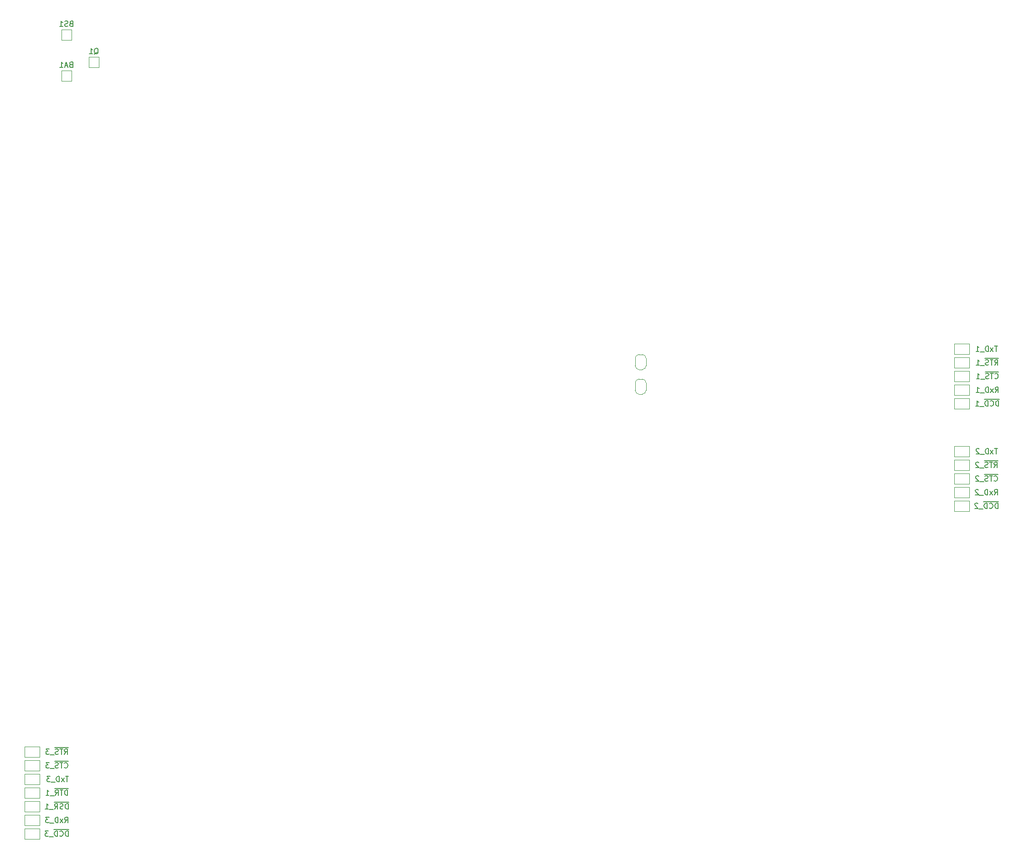
<source format=gbo>
G04 #@! TF.GenerationSoftware,KiCad,Pcbnew,8.0.7*
G04 #@! TF.CreationDate,2025-01-05T11:59:37+01:00*
G04 #@! TF.ProjectId,CPU_X-3,4350555f-582d-4332-9e6b-696361645f70,2*
G04 #@! TF.SameCoordinates,Original*
G04 #@! TF.FileFunction,Legend,Bot*
G04 #@! TF.FilePolarity,Positive*
%FSLAX46Y46*%
G04 Gerber Fmt 4.6, Leading zero omitted, Abs format (unit mm)*
G04 Created by KiCad (PCBNEW 8.0.7) date 2025-01-05 11:59:37*
%MOMM*%
%LPD*%
G01*
G04 APERTURE LIST*
G04 Aperture macros list*
%AMFreePoly0*
4,1,19,0.500000,-0.750000,0.000000,-0.750000,0.000000,-0.744911,-0.071157,-0.744911,-0.207708,-0.704816,-0.327430,-0.627875,-0.420627,-0.520320,-0.479746,-0.390866,-0.500000,-0.250000,-0.500000,0.250000,-0.479746,0.390866,-0.420627,0.520320,-0.327430,0.627875,-0.207708,0.704816,-0.071157,0.744911,0.000000,0.744911,0.000000,0.750000,0.500000,0.750000,0.500000,-0.750000,0.500000,-0.750000,
$1*%
%AMFreePoly1*
4,1,19,0.000000,0.744911,0.071157,0.744911,0.207708,0.704816,0.327430,0.627875,0.420627,0.520320,0.479746,0.390866,0.500000,0.250000,0.500000,-0.250000,0.479746,-0.390866,0.420627,-0.520320,0.327430,-0.627875,0.207708,-0.704816,0.071157,-0.744911,0.000000,-0.744911,0.000000,-0.750000,-0.500000,-0.750000,-0.500000,0.750000,0.000000,0.750000,0.000000,0.744911,0.000000,0.744911,
$1*%
G04 Aperture macros list end*
%ADD10C,0.150000*%
%ADD11C,0.120000*%
%ADD12C,2.000000*%
%ADD13R,1.700000X1.700000*%
%ADD14O,1.700000X1.700000*%
%ADD15C,1.600000*%
%ADD16O,1.600000X1.600000*%
%ADD17R,1.600000X1.600000*%
%ADD18C,2.400000*%
%ADD19R,2.400000X1.600000*%
%ADD20O,2.400000X1.600000*%
%ADD21C,1.500000*%
%ADD22R,1.600000X2.400000*%
%ADD23O,1.600000X2.400000*%
%ADD24R,2.500000X2.500000*%
%ADD25C,2.500000*%
%ADD26R,2.400000X2.400000*%
%ADD27O,2.400000X2.400000*%
%ADD28R,2.250000X2.250000*%
%ADD29C,2.250000*%
%ADD30R,1.000000X1.500000*%
%ADD31FreePoly0,270.000000*%
%ADD32FreePoly1,270.000000*%
%ADD33R,1.500000X1.500000*%
G04 APERTURE END LIST*
D10*
X234624381Y-138884819D02*
X234957714Y-138408628D01*
X235195809Y-138884819D02*
X235195809Y-137884819D01*
X235195809Y-137884819D02*
X234814857Y-137884819D01*
X234814857Y-137884819D02*
X234719619Y-137932438D01*
X234719619Y-137932438D02*
X234672000Y-137980057D01*
X234672000Y-137980057D02*
X234624381Y-138075295D01*
X234624381Y-138075295D02*
X234624381Y-138218152D01*
X234624381Y-138218152D02*
X234672000Y-138313390D01*
X234672000Y-138313390D02*
X234719619Y-138361009D01*
X234719619Y-138361009D02*
X234814857Y-138408628D01*
X234814857Y-138408628D02*
X235195809Y-138408628D01*
X234291047Y-138884819D02*
X233767238Y-138218152D01*
X234291047Y-138218152D02*
X233767238Y-138884819D01*
X233386285Y-138884819D02*
X233386285Y-137884819D01*
X233386285Y-137884819D02*
X233148190Y-137884819D01*
X233148190Y-137884819D02*
X233005333Y-137932438D01*
X233005333Y-137932438D02*
X232910095Y-138027676D01*
X232910095Y-138027676D02*
X232862476Y-138122914D01*
X232862476Y-138122914D02*
X232814857Y-138313390D01*
X232814857Y-138313390D02*
X232814857Y-138456247D01*
X232814857Y-138456247D02*
X232862476Y-138646723D01*
X232862476Y-138646723D02*
X232910095Y-138741961D01*
X232910095Y-138741961D02*
X233005333Y-138837200D01*
X233005333Y-138837200D02*
X233148190Y-138884819D01*
X233148190Y-138884819D02*
X233386285Y-138884819D01*
X232624381Y-138980057D02*
X231862476Y-138980057D01*
X231671999Y-137980057D02*
X231624380Y-137932438D01*
X231624380Y-137932438D02*
X231529142Y-137884819D01*
X231529142Y-137884819D02*
X231291047Y-137884819D01*
X231291047Y-137884819D02*
X231195809Y-137932438D01*
X231195809Y-137932438D02*
X231148190Y-137980057D01*
X231148190Y-137980057D02*
X231100571Y-138075295D01*
X231100571Y-138075295D02*
X231100571Y-138170533D01*
X231100571Y-138170533D02*
X231148190Y-138313390D01*
X231148190Y-138313390D02*
X231719618Y-138884819D01*
X231719618Y-138884819D02*
X231100571Y-138884819D01*
X235291047Y-141424819D02*
X235291047Y-140424819D01*
X235291047Y-140424819D02*
X235052952Y-140424819D01*
X235052952Y-140424819D02*
X234910095Y-140472438D01*
X234910095Y-140472438D02*
X234814857Y-140567676D01*
X234814857Y-140567676D02*
X234767238Y-140662914D01*
X234767238Y-140662914D02*
X234719619Y-140853390D01*
X234719619Y-140853390D02*
X234719619Y-140996247D01*
X234719619Y-140996247D02*
X234767238Y-141186723D01*
X234767238Y-141186723D02*
X234814857Y-141281961D01*
X234814857Y-141281961D02*
X234910095Y-141377200D01*
X234910095Y-141377200D02*
X235052952Y-141424819D01*
X235052952Y-141424819D02*
X235291047Y-141424819D01*
X233719619Y-141329580D02*
X233767238Y-141377200D01*
X233767238Y-141377200D02*
X233910095Y-141424819D01*
X233910095Y-141424819D02*
X234005333Y-141424819D01*
X234005333Y-141424819D02*
X234148190Y-141377200D01*
X234148190Y-141377200D02*
X234243428Y-141281961D01*
X234243428Y-141281961D02*
X234291047Y-141186723D01*
X234291047Y-141186723D02*
X234338666Y-140996247D01*
X234338666Y-140996247D02*
X234338666Y-140853390D01*
X234338666Y-140853390D02*
X234291047Y-140662914D01*
X234291047Y-140662914D02*
X234243428Y-140567676D01*
X234243428Y-140567676D02*
X234148190Y-140472438D01*
X234148190Y-140472438D02*
X234005333Y-140424819D01*
X234005333Y-140424819D02*
X233910095Y-140424819D01*
X233910095Y-140424819D02*
X233767238Y-140472438D01*
X233767238Y-140472438D02*
X233719619Y-140520057D01*
X233291047Y-141424819D02*
X233291047Y-140424819D01*
X233291047Y-140424819D02*
X233052952Y-140424819D01*
X233052952Y-140424819D02*
X232910095Y-140472438D01*
X232910095Y-140472438D02*
X232814857Y-140567676D01*
X232814857Y-140567676D02*
X232767238Y-140662914D01*
X232767238Y-140662914D02*
X232719619Y-140853390D01*
X232719619Y-140853390D02*
X232719619Y-140996247D01*
X232719619Y-140996247D02*
X232767238Y-141186723D01*
X232767238Y-141186723D02*
X232814857Y-141281961D01*
X232814857Y-141281961D02*
X232910095Y-141377200D01*
X232910095Y-141377200D02*
X233052952Y-141424819D01*
X233052952Y-141424819D02*
X233291047Y-141424819D01*
X235429143Y-140147200D02*
X232629143Y-140147200D01*
X232529143Y-141520057D02*
X231767238Y-141520057D01*
X231576761Y-140520057D02*
X231529142Y-140472438D01*
X231529142Y-140472438D02*
X231433904Y-140424819D01*
X231433904Y-140424819D02*
X231195809Y-140424819D01*
X231195809Y-140424819D02*
X231100571Y-140472438D01*
X231100571Y-140472438D02*
X231052952Y-140520057D01*
X231052952Y-140520057D02*
X231005333Y-140615295D01*
X231005333Y-140615295D02*
X231005333Y-140710533D01*
X231005333Y-140710533D02*
X231052952Y-140853390D01*
X231052952Y-140853390D02*
X231624380Y-141424819D01*
X231624380Y-141424819D02*
X231005333Y-141424819D01*
X62611618Y-191224819D02*
X62040190Y-191224819D01*
X62325904Y-192224819D02*
X62325904Y-191224819D01*
X61802094Y-192224819D02*
X61278285Y-191558152D01*
X61802094Y-191558152D02*
X61278285Y-192224819D01*
X60897332Y-192224819D02*
X60897332Y-191224819D01*
X60897332Y-191224819D02*
X60659237Y-191224819D01*
X60659237Y-191224819D02*
X60516380Y-191272438D01*
X60516380Y-191272438D02*
X60421142Y-191367676D01*
X60421142Y-191367676D02*
X60373523Y-191462914D01*
X60373523Y-191462914D02*
X60325904Y-191653390D01*
X60325904Y-191653390D02*
X60325904Y-191796247D01*
X60325904Y-191796247D02*
X60373523Y-191986723D01*
X60373523Y-191986723D02*
X60421142Y-192081961D01*
X60421142Y-192081961D02*
X60516380Y-192177200D01*
X60516380Y-192177200D02*
X60659237Y-192224819D01*
X60659237Y-192224819D02*
X60897332Y-192224819D01*
X60135428Y-192320057D02*
X59373523Y-192320057D01*
X59230665Y-191224819D02*
X58611618Y-191224819D01*
X58611618Y-191224819D02*
X58944951Y-191605771D01*
X58944951Y-191605771D02*
X58802094Y-191605771D01*
X58802094Y-191605771D02*
X58706856Y-191653390D01*
X58706856Y-191653390D02*
X58659237Y-191701009D01*
X58659237Y-191701009D02*
X58611618Y-191796247D01*
X58611618Y-191796247D02*
X58611618Y-192034342D01*
X58611618Y-192034342D02*
X58659237Y-192129580D01*
X58659237Y-192129580D02*
X58706856Y-192177200D01*
X58706856Y-192177200D02*
X58802094Y-192224819D01*
X58802094Y-192224819D02*
X59087808Y-192224819D01*
X59087808Y-192224819D02*
X59183046Y-192177200D01*
X59183046Y-192177200D02*
X59230665Y-192129580D01*
X235219618Y-130264819D02*
X234648190Y-130264819D01*
X234933904Y-131264819D02*
X234933904Y-130264819D01*
X234410094Y-131264819D02*
X233886285Y-130598152D01*
X234410094Y-130598152D02*
X233886285Y-131264819D01*
X233505332Y-131264819D02*
X233505332Y-130264819D01*
X233505332Y-130264819D02*
X233267237Y-130264819D01*
X233267237Y-130264819D02*
X233124380Y-130312438D01*
X233124380Y-130312438D02*
X233029142Y-130407676D01*
X233029142Y-130407676D02*
X232981523Y-130502914D01*
X232981523Y-130502914D02*
X232933904Y-130693390D01*
X232933904Y-130693390D02*
X232933904Y-130836247D01*
X232933904Y-130836247D02*
X232981523Y-131026723D01*
X232981523Y-131026723D02*
X233029142Y-131121961D01*
X233029142Y-131121961D02*
X233124380Y-131217200D01*
X233124380Y-131217200D02*
X233267237Y-131264819D01*
X233267237Y-131264819D02*
X233505332Y-131264819D01*
X232743428Y-131360057D02*
X231981523Y-131360057D01*
X231791046Y-130360057D02*
X231743427Y-130312438D01*
X231743427Y-130312438D02*
X231648189Y-130264819D01*
X231648189Y-130264819D02*
X231410094Y-130264819D01*
X231410094Y-130264819D02*
X231314856Y-130312438D01*
X231314856Y-130312438D02*
X231267237Y-130360057D01*
X231267237Y-130360057D02*
X231219618Y-130455295D01*
X231219618Y-130455295D02*
X231219618Y-130550533D01*
X231219618Y-130550533D02*
X231267237Y-130693390D01*
X231267237Y-130693390D02*
X231838665Y-131264819D01*
X231838665Y-131264819D02*
X231219618Y-131264819D01*
X235433047Y-122374819D02*
X235433047Y-121374819D01*
X235433047Y-121374819D02*
X235194952Y-121374819D01*
X235194952Y-121374819D02*
X235052095Y-121422438D01*
X235052095Y-121422438D02*
X234956857Y-121517676D01*
X234956857Y-121517676D02*
X234909238Y-121612914D01*
X234909238Y-121612914D02*
X234861619Y-121803390D01*
X234861619Y-121803390D02*
X234861619Y-121946247D01*
X234861619Y-121946247D02*
X234909238Y-122136723D01*
X234909238Y-122136723D02*
X234956857Y-122231961D01*
X234956857Y-122231961D02*
X235052095Y-122327200D01*
X235052095Y-122327200D02*
X235194952Y-122374819D01*
X235194952Y-122374819D02*
X235433047Y-122374819D01*
X233861619Y-122279580D02*
X233909238Y-122327200D01*
X233909238Y-122327200D02*
X234052095Y-122374819D01*
X234052095Y-122374819D02*
X234147333Y-122374819D01*
X234147333Y-122374819D02*
X234290190Y-122327200D01*
X234290190Y-122327200D02*
X234385428Y-122231961D01*
X234385428Y-122231961D02*
X234433047Y-122136723D01*
X234433047Y-122136723D02*
X234480666Y-121946247D01*
X234480666Y-121946247D02*
X234480666Y-121803390D01*
X234480666Y-121803390D02*
X234433047Y-121612914D01*
X234433047Y-121612914D02*
X234385428Y-121517676D01*
X234385428Y-121517676D02*
X234290190Y-121422438D01*
X234290190Y-121422438D02*
X234147333Y-121374819D01*
X234147333Y-121374819D02*
X234052095Y-121374819D01*
X234052095Y-121374819D02*
X233909238Y-121422438D01*
X233909238Y-121422438D02*
X233861619Y-121470057D01*
X233433047Y-122374819D02*
X233433047Y-121374819D01*
X233433047Y-121374819D02*
X233194952Y-121374819D01*
X233194952Y-121374819D02*
X233052095Y-121422438D01*
X233052095Y-121422438D02*
X232956857Y-121517676D01*
X232956857Y-121517676D02*
X232909238Y-121612914D01*
X232909238Y-121612914D02*
X232861619Y-121803390D01*
X232861619Y-121803390D02*
X232861619Y-121946247D01*
X232861619Y-121946247D02*
X232909238Y-122136723D01*
X232909238Y-122136723D02*
X232956857Y-122231961D01*
X232956857Y-122231961D02*
X233052095Y-122327200D01*
X233052095Y-122327200D02*
X233194952Y-122374819D01*
X233194952Y-122374819D02*
X233433047Y-122374819D01*
X235571143Y-121097200D02*
X232771143Y-121097200D01*
X232671143Y-122470057D02*
X231909238Y-122470057D01*
X231147333Y-122374819D02*
X231718761Y-122374819D01*
X231433047Y-122374819D02*
X231433047Y-121374819D01*
X231433047Y-121374819D02*
X231528285Y-121517676D01*
X231528285Y-121517676D02*
X231623523Y-121612914D01*
X231623523Y-121612914D02*
X231718761Y-121660533D01*
X61856762Y-189589580D02*
X61904381Y-189637200D01*
X61904381Y-189637200D02*
X62047238Y-189684819D01*
X62047238Y-189684819D02*
X62142476Y-189684819D01*
X62142476Y-189684819D02*
X62285333Y-189637200D01*
X62285333Y-189637200D02*
X62380571Y-189541961D01*
X62380571Y-189541961D02*
X62428190Y-189446723D01*
X62428190Y-189446723D02*
X62475809Y-189256247D01*
X62475809Y-189256247D02*
X62475809Y-189113390D01*
X62475809Y-189113390D02*
X62428190Y-188922914D01*
X62428190Y-188922914D02*
X62380571Y-188827676D01*
X62380571Y-188827676D02*
X62285333Y-188732438D01*
X62285333Y-188732438D02*
X62142476Y-188684819D01*
X62142476Y-188684819D02*
X62047238Y-188684819D01*
X62047238Y-188684819D02*
X61904381Y-188732438D01*
X61904381Y-188732438D02*
X61856762Y-188780057D01*
X61571047Y-188684819D02*
X60999619Y-188684819D01*
X61285333Y-189684819D02*
X61285333Y-188684819D01*
X60713904Y-189637200D02*
X60571047Y-189684819D01*
X60571047Y-189684819D02*
X60332952Y-189684819D01*
X60332952Y-189684819D02*
X60237714Y-189637200D01*
X60237714Y-189637200D02*
X60190095Y-189589580D01*
X60190095Y-189589580D02*
X60142476Y-189494342D01*
X60142476Y-189494342D02*
X60142476Y-189399104D01*
X60142476Y-189399104D02*
X60190095Y-189303866D01*
X60190095Y-189303866D02*
X60237714Y-189256247D01*
X60237714Y-189256247D02*
X60332952Y-189208628D01*
X60332952Y-189208628D02*
X60523428Y-189161009D01*
X60523428Y-189161009D02*
X60618666Y-189113390D01*
X60618666Y-189113390D02*
X60666285Y-189065771D01*
X60666285Y-189065771D02*
X60713904Y-188970533D01*
X60713904Y-188970533D02*
X60713904Y-188875295D01*
X60713904Y-188875295D02*
X60666285Y-188780057D01*
X60666285Y-188780057D02*
X60618666Y-188732438D01*
X60618666Y-188732438D02*
X60523428Y-188684819D01*
X60523428Y-188684819D02*
X60285333Y-188684819D01*
X60285333Y-188684819D02*
X60142476Y-188732438D01*
X62566286Y-188407200D02*
X60052000Y-188407200D01*
X59952000Y-189780057D02*
X59190095Y-189780057D01*
X59047237Y-188684819D02*
X58428190Y-188684819D01*
X58428190Y-188684819D02*
X58761523Y-189065771D01*
X58761523Y-189065771D02*
X58618666Y-189065771D01*
X58618666Y-189065771D02*
X58523428Y-189113390D01*
X58523428Y-189113390D02*
X58475809Y-189161009D01*
X58475809Y-189161009D02*
X58428190Y-189256247D01*
X58428190Y-189256247D02*
X58428190Y-189494342D01*
X58428190Y-189494342D02*
X58475809Y-189589580D01*
X58475809Y-189589580D02*
X58523428Y-189637200D01*
X58523428Y-189637200D02*
X58618666Y-189684819D01*
X58618666Y-189684819D02*
X58904380Y-189684819D01*
X58904380Y-189684819D02*
X58999618Y-189637200D01*
X58999618Y-189637200D02*
X59047237Y-189589580D01*
X62451999Y-194764819D02*
X62451999Y-193764819D01*
X62451999Y-193764819D02*
X62213904Y-193764819D01*
X62213904Y-193764819D02*
X62071047Y-193812438D01*
X62071047Y-193812438D02*
X61975809Y-193907676D01*
X61975809Y-193907676D02*
X61928190Y-194002914D01*
X61928190Y-194002914D02*
X61880571Y-194193390D01*
X61880571Y-194193390D02*
X61880571Y-194336247D01*
X61880571Y-194336247D02*
X61928190Y-194526723D01*
X61928190Y-194526723D02*
X61975809Y-194621961D01*
X61975809Y-194621961D02*
X62071047Y-194717200D01*
X62071047Y-194717200D02*
X62213904Y-194764819D01*
X62213904Y-194764819D02*
X62451999Y-194764819D01*
X61594856Y-193764819D02*
X61023428Y-193764819D01*
X61309142Y-194764819D02*
X61309142Y-193764819D01*
X60118666Y-194764819D02*
X60451999Y-194288628D01*
X60690094Y-194764819D02*
X60690094Y-193764819D01*
X60690094Y-193764819D02*
X60309142Y-193764819D01*
X60309142Y-193764819D02*
X60213904Y-193812438D01*
X60213904Y-193812438D02*
X60166285Y-193860057D01*
X60166285Y-193860057D02*
X60118666Y-193955295D01*
X60118666Y-193955295D02*
X60118666Y-194098152D01*
X60118666Y-194098152D02*
X60166285Y-194193390D01*
X60166285Y-194193390D02*
X60213904Y-194241009D01*
X60213904Y-194241009D02*
X60309142Y-194288628D01*
X60309142Y-194288628D02*
X60690094Y-194288628D01*
X62590095Y-193487200D02*
X60028190Y-193487200D01*
X59928190Y-194860057D02*
X59166285Y-194860057D01*
X58404380Y-194764819D02*
X58975808Y-194764819D01*
X58690094Y-194764819D02*
X58690094Y-193764819D01*
X58690094Y-193764819D02*
X58785332Y-193907676D01*
X58785332Y-193907676D02*
X58880570Y-194002914D01*
X58880570Y-194002914D02*
X58975808Y-194050533D01*
X235219618Y-111214819D02*
X234648190Y-111214819D01*
X234933904Y-112214819D02*
X234933904Y-111214819D01*
X234410094Y-112214819D02*
X233886285Y-111548152D01*
X234410094Y-111548152D02*
X233886285Y-112214819D01*
X233505332Y-112214819D02*
X233505332Y-111214819D01*
X233505332Y-111214819D02*
X233267237Y-111214819D01*
X233267237Y-111214819D02*
X233124380Y-111262438D01*
X233124380Y-111262438D02*
X233029142Y-111357676D01*
X233029142Y-111357676D02*
X232981523Y-111452914D01*
X232981523Y-111452914D02*
X232933904Y-111643390D01*
X232933904Y-111643390D02*
X232933904Y-111786247D01*
X232933904Y-111786247D02*
X232981523Y-111976723D01*
X232981523Y-111976723D02*
X233029142Y-112071961D01*
X233029142Y-112071961D02*
X233124380Y-112167200D01*
X233124380Y-112167200D02*
X233267237Y-112214819D01*
X233267237Y-112214819D02*
X233505332Y-112214819D01*
X232743428Y-112310057D02*
X231981523Y-112310057D01*
X231219618Y-112214819D02*
X231791046Y-112214819D01*
X231505332Y-112214819D02*
X231505332Y-111214819D01*
X231505332Y-111214819D02*
X231600570Y-111357676D01*
X231600570Y-111357676D02*
X231695808Y-111452914D01*
X231695808Y-111452914D02*
X231791046Y-111500533D01*
X67405238Y-56938057D02*
X67500476Y-56890438D01*
X67500476Y-56890438D02*
X67595714Y-56795200D01*
X67595714Y-56795200D02*
X67738571Y-56652342D01*
X67738571Y-56652342D02*
X67833809Y-56604723D01*
X67833809Y-56604723D02*
X67929047Y-56604723D01*
X67881428Y-56842819D02*
X67976666Y-56795200D01*
X67976666Y-56795200D02*
X68071904Y-56699961D01*
X68071904Y-56699961D02*
X68119523Y-56509485D01*
X68119523Y-56509485D02*
X68119523Y-56176152D01*
X68119523Y-56176152D02*
X68071904Y-55985676D01*
X68071904Y-55985676D02*
X67976666Y-55890438D01*
X67976666Y-55890438D02*
X67881428Y-55842819D01*
X67881428Y-55842819D02*
X67690952Y-55842819D01*
X67690952Y-55842819D02*
X67595714Y-55890438D01*
X67595714Y-55890438D02*
X67500476Y-55985676D01*
X67500476Y-55985676D02*
X67452857Y-56176152D01*
X67452857Y-56176152D02*
X67452857Y-56509485D01*
X67452857Y-56509485D02*
X67500476Y-56699961D01*
X67500476Y-56699961D02*
X67595714Y-56795200D01*
X67595714Y-56795200D02*
X67690952Y-56842819D01*
X67690952Y-56842819D02*
X67881428Y-56842819D01*
X66500476Y-56842819D02*
X67071904Y-56842819D01*
X66786190Y-56842819D02*
X66786190Y-55842819D01*
X66786190Y-55842819D02*
X66881428Y-55985676D01*
X66881428Y-55985676D02*
X66976666Y-56080914D01*
X66976666Y-56080914D02*
X67071904Y-56128533D01*
X63063333Y-58859009D02*
X62920476Y-58906628D01*
X62920476Y-58906628D02*
X62872857Y-58954247D01*
X62872857Y-58954247D02*
X62825238Y-59049485D01*
X62825238Y-59049485D02*
X62825238Y-59192342D01*
X62825238Y-59192342D02*
X62872857Y-59287580D01*
X62872857Y-59287580D02*
X62920476Y-59335200D01*
X62920476Y-59335200D02*
X63015714Y-59382819D01*
X63015714Y-59382819D02*
X63396666Y-59382819D01*
X63396666Y-59382819D02*
X63396666Y-58382819D01*
X63396666Y-58382819D02*
X63063333Y-58382819D01*
X63063333Y-58382819D02*
X62968095Y-58430438D01*
X62968095Y-58430438D02*
X62920476Y-58478057D01*
X62920476Y-58478057D02*
X62872857Y-58573295D01*
X62872857Y-58573295D02*
X62872857Y-58668533D01*
X62872857Y-58668533D02*
X62920476Y-58763771D01*
X62920476Y-58763771D02*
X62968095Y-58811390D01*
X62968095Y-58811390D02*
X63063333Y-58859009D01*
X63063333Y-58859009D02*
X63396666Y-58859009D01*
X62444285Y-59097104D02*
X61968095Y-59097104D01*
X62539523Y-59382819D02*
X62206190Y-58382819D01*
X62206190Y-58382819D02*
X61872857Y-59382819D01*
X61015714Y-59382819D02*
X61587142Y-59382819D01*
X61301428Y-59382819D02*
X61301428Y-58382819D01*
X61301428Y-58382819D02*
X61396666Y-58525676D01*
X61396666Y-58525676D02*
X61491904Y-58620914D01*
X61491904Y-58620914D02*
X61587142Y-58668533D01*
X234718762Y-117199580D02*
X234766381Y-117247200D01*
X234766381Y-117247200D02*
X234909238Y-117294819D01*
X234909238Y-117294819D02*
X235004476Y-117294819D01*
X235004476Y-117294819D02*
X235147333Y-117247200D01*
X235147333Y-117247200D02*
X235242571Y-117151961D01*
X235242571Y-117151961D02*
X235290190Y-117056723D01*
X235290190Y-117056723D02*
X235337809Y-116866247D01*
X235337809Y-116866247D02*
X235337809Y-116723390D01*
X235337809Y-116723390D02*
X235290190Y-116532914D01*
X235290190Y-116532914D02*
X235242571Y-116437676D01*
X235242571Y-116437676D02*
X235147333Y-116342438D01*
X235147333Y-116342438D02*
X235004476Y-116294819D01*
X235004476Y-116294819D02*
X234909238Y-116294819D01*
X234909238Y-116294819D02*
X234766381Y-116342438D01*
X234766381Y-116342438D02*
X234718762Y-116390057D01*
X234433047Y-116294819D02*
X233861619Y-116294819D01*
X234147333Y-117294819D02*
X234147333Y-116294819D01*
X233575904Y-117247200D02*
X233433047Y-117294819D01*
X233433047Y-117294819D02*
X233194952Y-117294819D01*
X233194952Y-117294819D02*
X233099714Y-117247200D01*
X233099714Y-117247200D02*
X233052095Y-117199580D01*
X233052095Y-117199580D02*
X233004476Y-117104342D01*
X233004476Y-117104342D02*
X233004476Y-117009104D01*
X233004476Y-117009104D02*
X233052095Y-116913866D01*
X233052095Y-116913866D02*
X233099714Y-116866247D01*
X233099714Y-116866247D02*
X233194952Y-116818628D01*
X233194952Y-116818628D02*
X233385428Y-116771009D01*
X233385428Y-116771009D02*
X233480666Y-116723390D01*
X233480666Y-116723390D02*
X233528285Y-116675771D01*
X233528285Y-116675771D02*
X233575904Y-116580533D01*
X233575904Y-116580533D02*
X233575904Y-116485295D01*
X233575904Y-116485295D02*
X233528285Y-116390057D01*
X233528285Y-116390057D02*
X233480666Y-116342438D01*
X233480666Y-116342438D02*
X233385428Y-116294819D01*
X233385428Y-116294819D02*
X233147333Y-116294819D01*
X233147333Y-116294819D02*
X233004476Y-116342438D01*
X235428286Y-116017200D02*
X232914000Y-116017200D01*
X232814000Y-117390057D02*
X232052095Y-117390057D01*
X231290190Y-117294819D02*
X231861618Y-117294819D01*
X231575904Y-117294819D02*
X231575904Y-116294819D01*
X231575904Y-116294819D02*
X231671142Y-116437676D01*
X231671142Y-116437676D02*
X231766380Y-116532914D01*
X231766380Y-116532914D02*
X231861618Y-116580533D01*
X61904381Y-199844819D02*
X62237714Y-199368628D01*
X62475809Y-199844819D02*
X62475809Y-198844819D01*
X62475809Y-198844819D02*
X62094857Y-198844819D01*
X62094857Y-198844819D02*
X61999619Y-198892438D01*
X61999619Y-198892438D02*
X61952000Y-198940057D01*
X61952000Y-198940057D02*
X61904381Y-199035295D01*
X61904381Y-199035295D02*
X61904381Y-199178152D01*
X61904381Y-199178152D02*
X61952000Y-199273390D01*
X61952000Y-199273390D02*
X61999619Y-199321009D01*
X61999619Y-199321009D02*
X62094857Y-199368628D01*
X62094857Y-199368628D02*
X62475809Y-199368628D01*
X61571047Y-199844819D02*
X61047238Y-199178152D01*
X61571047Y-199178152D02*
X61047238Y-199844819D01*
X60666285Y-199844819D02*
X60666285Y-198844819D01*
X60666285Y-198844819D02*
X60428190Y-198844819D01*
X60428190Y-198844819D02*
X60285333Y-198892438D01*
X60285333Y-198892438D02*
X60190095Y-198987676D01*
X60190095Y-198987676D02*
X60142476Y-199082914D01*
X60142476Y-199082914D02*
X60094857Y-199273390D01*
X60094857Y-199273390D02*
X60094857Y-199416247D01*
X60094857Y-199416247D02*
X60142476Y-199606723D01*
X60142476Y-199606723D02*
X60190095Y-199701961D01*
X60190095Y-199701961D02*
X60285333Y-199797200D01*
X60285333Y-199797200D02*
X60428190Y-199844819D01*
X60428190Y-199844819D02*
X60666285Y-199844819D01*
X59904381Y-199940057D02*
X59142476Y-199940057D01*
X58999618Y-198844819D02*
X58380571Y-198844819D01*
X58380571Y-198844819D02*
X58713904Y-199225771D01*
X58713904Y-199225771D02*
X58571047Y-199225771D01*
X58571047Y-199225771D02*
X58475809Y-199273390D01*
X58475809Y-199273390D02*
X58428190Y-199321009D01*
X58428190Y-199321009D02*
X58380571Y-199416247D01*
X58380571Y-199416247D02*
X58380571Y-199654342D01*
X58380571Y-199654342D02*
X58428190Y-199749580D01*
X58428190Y-199749580D02*
X58475809Y-199797200D01*
X58475809Y-199797200D02*
X58571047Y-199844819D01*
X58571047Y-199844819D02*
X58856761Y-199844819D01*
X58856761Y-199844819D02*
X58951999Y-199797200D01*
X58951999Y-199797200D02*
X58999618Y-199749580D01*
X61856762Y-187144819D02*
X62190095Y-186668628D01*
X62428190Y-187144819D02*
X62428190Y-186144819D01*
X62428190Y-186144819D02*
X62047238Y-186144819D01*
X62047238Y-186144819D02*
X61952000Y-186192438D01*
X61952000Y-186192438D02*
X61904381Y-186240057D01*
X61904381Y-186240057D02*
X61856762Y-186335295D01*
X61856762Y-186335295D02*
X61856762Y-186478152D01*
X61856762Y-186478152D02*
X61904381Y-186573390D01*
X61904381Y-186573390D02*
X61952000Y-186621009D01*
X61952000Y-186621009D02*
X62047238Y-186668628D01*
X62047238Y-186668628D02*
X62428190Y-186668628D01*
X61571047Y-186144819D02*
X60999619Y-186144819D01*
X61285333Y-187144819D02*
X61285333Y-186144819D01*
X60713904Y-187097200D02*
X60571047Y-187144819D01*
X60571047Y-187144819D02*
X60332952Y-187144819D01*
X60332952Y-187144819D02*
X60237714Y-187097200D01*
X60237714Y-187097200D02*
X60190095Y-187049580D01*
X60190095Y-187049580D02*
X60142476Y-186954342D01*
X60142476Y-186954342D02*
X60142476Y-186859104D01*
X60142476Y-186859104D02*
X60190095Y-186763866D01*
X60190095Y-186763866D02*
X60237714Y-186716247D01*
X60237714Y-186716247D02*
X60332952Y-186668628D01*
X60332952Y-186668628D02*
X60523428Y-186621009D01*
X60523428Y-186621009D02*
X60618666Y-186573390D01*
X60618666Y-186573390D02*
X60666285Y-186525771D01*
X60666285Y-186525771D02*
X60713904Y-186430533D01*
X60713904Y-186430533D02*
X60713904Y-186335295D01*
X60713904Y-186335295D02*
X60666285Y-186240057D01*
X60666285Y-186240057D02*
X60618666Y-186192438D01*
X60618666Y-186192438D02*
X60523428Y-186144819D01*
X60523428Y-186144819D02*
X60285333Y-186144819D01*
X60285333Y-186144819D02*
X60142476Y-186192438D01*
X62566286Y-185867200D02*
X60052000Y-185867200D01*
X59952000Y-187240057D02*
X59190095Y-187240057D01*
X59047237Y-186144819D02*
X58428190Y-186144819D01*
X58428190Y-186144819D02*
X58761523Y-186525771D01*
X58761523Y-186525771D02*
X58618666Y-186525771D01*
X58618666Y-186525771D02*
X58523428Y-186573390D01*
X58523428Y-186573390D02*
X58475809Y-186621009D01*
X58475809Y-186621009D02*
X58428190Y-186716247D01*
X58428190Y-186716247D02*
X58428190Y-186954342D01*
X58428190Y-186954342D02*
X58475809Y-187049580D01*
X58475809Y-187049580D02*
X58523428Y-187097200D01*
X58523428Y-187097200D02*
X58618666Y-187144819D01*
X58618666Y-187144819D02*
X58904380Y-187144819D01*
X58904380Y-187144819D02*
X58999618Y-187097200D01*
X58999618Y-187097200D02*
X59047237Y-187049580D01*
X63110952Y-51239009D02*
X62968095Y-51286628D01*
X62968095Y-51286628D02*
X62920476Y-51334247D01*
X62920476Y-51334247D02*
X62872857Y-51429485D01*
X62872857Y-51429485D02*
X62872857Y-51572342D01*
X62872857Y-51572342D02*
X62920476Y-51667580D01*
X62920476Y-51667580D02*
X62968095Y-51715200D01*
X62968095Y-51715200D02*
X63063333Y-51762819D01*
X63063333Y-51762819D02*
X63444285Y-51762819D01*
X63444285Y-51762819D02*
X63444285Y-50762819D01*
X63444285Y-50762819D02*
X63110952Y-50762819D01*
X63110952Y-50762819D02*
X63015714Y-50810438D01*
X63015714Y-50810438D02*
X62968095Y-50858057D01*
X62968095Y-50858057D02*
X62920476Y-50953295D01*
X62920476Y-50953295D02*
X62920476Y-51048533D01*
X62920476Y-51048533D02*
X62968095Y-51143771D01*
X62968095Y-51143771D02*
X63015714Y-51191390D01*
X63015714Y-51191390D02*
X63110952Y-51239009D01*
X63110952Y-51239009D02*
X63444285Y-51239009D01*
X62491904Y-51715200D02*
X62349047Y-51762819D01*
X62349047Y-51762819D02*
X62110952Y-51762819D01*
X62110952Y-51762819D02*
X62015714Y-51715200D01*
X62015714Y-51715200D02*
X61968095Y-51667580D01*
X61968095Y-51667580D02*
X61920476Y-51572342D01*
X61920476Y-51572342D02*
X61920476Y-51477104D01*
X61920476Y-51477104D02*
X61968095Y-51381866D01*
X61968095Y-51381866D02*
X62015714Y-51334247D01*
X62015714Y-51334247D02*
X62110952Y-51286628D01*
X62110952Y-51286628D02*
X62301428Y-51239009D01*
X62301428Y-51239009D02*
X62396666Y-51191390D01*
X62396666Y-51191390D02*
X62444285Y-51143771D01*
X62444285Y-51143771D02*
X62491904Y-51048533D01*
X62491904Y-51048533D02*
X62491904Y-50953295D01*
X62491904Y-50953295D02*
X62444285Y-50858057D01*
X62444285Y-50858057D02*
X62396666Y-50810438D01*
X62396666Y-50810438D02*
X62301428Y-50762819D01*
X62301428Y-50762819D02*
X62063333Y-50762819D01*
X62063333Y-50762819D02*
X61920476Y-50810438D01*
X60968095Y-51762819D02*
X61539523Y-51762819D01*
X61253809Y-51762819D02*
X61253809Y-50762819D01*
X61253809Y-50762819D02*
X61349047Y-50905676D01*
X61349047Y-50905676D02*
X61444285Y-51000914D01*
X61444285Y-51000914D02*
X61539523Y-51048533D01*
X234688762Y-114754819D02*
X235022095Y-114278628D01*
X235260190Y-114754819D02*
X235260190Y-113754819D01*
X235260190Y-113754819D02*
X234879238Y-113754819D01*
X234879238Y-113754819D02*
X234784000Y-113802438D01*
X234784000Y-113802438D02*
X234736381Y-113850057D01*
X234736381Y-113850057D02*
X234688762Y-113945295D01*
X234688762Y-113945295D02*
X234688762Y-114088152D01*
X234688762Y-114088152D02*
X234736381Y-114183390D01*
X234736381Y-114183390D02*
X234784000Y-114231009D01*
X234784000Y-114231009D02*
X234879238Y-114278628D01*
X234879238Y-114278628D02*
X235260190Y-114278628D01*
X234403047Y-113754819D02*
X233831619Y-113754819D01*
X234117333Y-114754819D02*
X234117333Y-113754819D01*
X233545904Y-114707200D02*
X233403047Y-114754819D01*
X233403047Y-114754819D02*
X233164952Y-114754819D01*
X233164952Y-114754819D02*
X233069714Y-114707200D01*
X233069714Y-114707200D02*
X233022095Y-114659580D01*
X233022095Y-114659580D02*
X232974476Y-114564342D01*
X232974476Y-114564342D02*
X232974476Y-114469104D01*
X232974476Y-114469104D02*
X233022095Y-114373866D01*
X233022095Y-114373866D02*
X233069714Y-114326247D01*
X233069714Y-114326247D02*
X233164952Y-114278628D01*
X233164952Y-114278628D02*
X233355428Y-114231009D01*
X233355428Y-114231009D02*
X233450666Y-114183390D01*
X233450666Y-114183390D02*
X233498285Y-114135771D01*
X233498285Y-114135771D02*
X233545904Y-114040533D01*
X233545904Y-114040533D02*
X233545904Y-113945295D01*
X233545904Y-113945295D02*
X233498285Y-113850057D01*
X233498285Y-113850057D02*
X233450666Y-113802438D01*
X233450666Y-113802438D02*
X233355428Y-113754819D01*
X233355428Y-113754819D02*
X233117333Y-113754819D01*
X233117333Y-113754819D02*
X232974476Y-113802438D01*
X235398286Y-113477200D02*
X232884000Y-113477200D01*
X232784000Y-114850057D02*
X232022095Y-114850057D01*
X231260190Y-114754819D02*
X231831618Y-114754819D01*
X231545904Y-114754819D02*
X231545904Y-113754819D01*
X231545904Y-113754819D02*
X231641142Y-113897676D01*
X231641142Y-113897676D02*
X231736380Y-113992914D01*
X231736380Y-113992914D02*
X231831618Y-114040533D01*
X62571047Y-202384819D02*
X62571047Y-201384819D01*
X62571047Y-201384819D02*
X62332952Y-201384819D01*
X62332952Y-201384819D02*
X62190095Y-201432438D01*
X62190095Y-201432438D02*
X62094857Y-201527676D01*
X62094857Y-201527676D02*
X62047238Y-201622914D01*
X62047238Y-201622914D02*
X61999619Y-201813390D01*
X61999619Y-201813390D02*
X61999619Y-201956247D01*
X61999619Y-201956247D02*
X62047238Y-202146723D01*
X62047238Y-202146723D02*
X62094857Y-202241961D01*
X62094857Y-202241961D02*
X62190095Y-202337200D01*
X62190095Y-202337200D02*
X62332952Y-202384819D01*
X62332952Y-202384819D02*
X62571047Y-202384819D01*
X60999619Y-202289580D02*
X61047238Y-202337200D01*
X61047238Y-202337200D02*
X61190095Y-202384819D01*
X61190095Y-202384819D02*
X61285333Y-202384819D01*
X61285333Y-202384819D02*
X61428190Y-202337200D01*
X61428190Y-202337200D02*
X61523428Y-202241961D01*
X61523428Y-202241961D02*
X61571047Y-202146723D01*
X61571047Y-202146723D02*
X61618666Y-201956247D01*
X61618666Y-201956247D02*
X61618666Y-201813390D01*
X61618666Y-201813390D02*
X61571047Y-201622914D01*
X61571047Y-201622914D02*
X61523428Y-201527676D01*
X61523428Y-201527676D02*
X61428190Y-201432438D01*
X61428190Y-201432438D02*
X61285333Y-201384819D01*
X61285333Y-201384819D02*
X61190095Y-201384819D01*
X61190095Y-201384819D02*
X61047238Y-201432438D01*
X61047238Y-201432438D02*
X60999619Y-201480057D01*
X60571047Y-202384819D02*
X60571047Y-201384819D01*
X60571047Y-201384819D02*
X60332952Y-201384819D01*
X60332952Y-201384819D02*
X60190095Y-201432438D01*
X60190095Y-201432438D02*
X60094857Y-201527676D01*
X60094857Y-201527676D02*
X60047238Y-201622914D01*
X60047238Y-201622914D02*
X59999619Y-201813390D01*
X59999619Y-201813390D02*
X59999619Y-201956247D01*
X59999619Y-201956247D02*
X60047238Y-202146723D01*
X60047238Y-202146723D02*
X60094857Y-202241961D01*
X60094857Y-202241961D02*
X60190095Y-202337200D01*
X60190095Y-202337200D02*
X60332952Y-202384819D01*
X60332952Y-202384819D02*
X60571047Y-202384819D01*
X62709143Y-201107200D02*
X59909143Y-201107200D01*
X59809143Y-202480057D02*
X59047238Y-202480057D01*
X58904380Y-201384819D02*
X58285333Y-201384819D01*
X58285333Y-201384819D02*
X58618666Y-201765771D01*
X58618666Y-201765771D02*
X58475809Y-201765771D01*
X58475809Y-201765771D02*
X58380571Y-201813390D01*
X58380571Y-201813390D02*
X58332952Y-201861009D01*
X58332952Y-201861009D02*
X58285333Y-201956247D01*
X58285333Y-201956247D02*
X58285333Y-202194342D01*
X58285333Y-202194342D02*
X58332952Y-202289580D01*
X58332952Y-202289580D02*
X58380571Y-202337200D01*
X58380571Y-202337200D02*
X58475809Y-202384819D01*
X58475809Y-202384819D02*
X58761523Y-202384819D01*
X58761523Y-202384819D02*
X58856761Y-202337200D01*
X58856761Y-202337200D02*
X58904380Y-202289580D01*
X234766381Y-119834819D02*
X235099714Y-119358628D01*
X235337809Y-119834819D02*
X235337809Y-118834819D01*
X235337809Y-118834819D02*
X234956857Y-118834819D01*
X234956857Y-118834819D02*
X234861619Y-118882438D01*
X234861619Y-118882438D02*
X234814000Y-118930057D01*
X234814000Y-118930057D02*
X234766381Y-119025295D01*
X234766381Y-119025295D02*
X234766381Y-119168152D01*
X234766381Y-119168152D02*
X234814000Y-119263390D01*
X234814000Y-119263390D02*
X234861619Y-119311009D01*
X234861619Y-119311009D02*
X234956857Y-119358628D01*
X234956857Y-119358628D02*
X235337809Y-119358628D01*
X234433047Y-119834819D02*
X233909238Y-119168152D01*
X234433047Y-119168152D02*
X233909238Y-119834819D01*
X233528285Y-119834819D02*
X233528285Y-118834819D01*
X233528285Y-118834819D02*
X233290190Y-118834819D01*
X233290190Y-118834819D02*
X233147333Y-118882438D01*
X233147333Y-118882438D02*
X233052095Y-118977676D01*
X233052095Y-118977676D02*
X233004476Y-119072914D01*
X233004476Y-119072914D02*
X232956857Y-119263390D01*
X232956857Y-119263390D02*
X232956857Y-119406247D01*
X232956857Y-119406247D02*
X233004476Y-119596723D01*
X233004476Y-119596723D02*
X233052095Y-119691961D01*
X233052095Y-119691961D02*
X233147333Y-119787200D01*
X233147333Y-119787200D02*
X233290190Y-119834819D01*
X233290190Y-119834819D02*
X233528285Y-119834819D01*
X232766381Y-119930057D02*
X232004476Y-119930057D01*
X231242571Y-119834819D02*
X231813999Y-119834819D01*
X231528285Y-119834819D02*
X231528285Y-118834819D01*
X231528285Y-118834819D02*
X231623523Y-118977676D01*
X231623523Y-118977676D02*
X231718761Y-119072914D01*
X231718761Y-119072914D02*
X231813999Y-119120533D01*
X234576762Y-133804819D02*
X234910095Y-133328628D01*
X235148190Y-133804819D02*
X235148190Y-132804819D01*
X235148190Y-132804819D02*
X234767238Y-132804819D01*
X234767238Y-132804819D02*
X234672000Y-132852438D01*
X234672000Y-132852438D02*
X234624381Y-132900057D01*
X234624381Y-132900057D02*
X234576762Y-132995295D01*
X234576762Y-132995295D02*
X234576762Y-133138152D01*
X234576762Y-133138152D02*
X234624381Y-133233390D01*
X234624381Y-133233390D02*
X234672000Y-133281009D01*
X234672000Y-133281009D02*
X234767238Y-133328628D01*
X234767238Y-133328628D02*
X235148190Y-133328628D01*
X234291047Y-132804819D02*
X233719619Y-132804819D01*
X234005333Y-133804819D02*
X234005333Y-132804819D01*
X233433904Y-133757200D02*
X233291047Y-133804819D01*
X233291047Y-133804819D02*
X233052952Y-133804819D01*
X233052952Y-133804819D02*
X232957714Y-133757200D01*
X232957714Y-133757200D02*
X232910095Y-133709580D01*
X232910095Y-133709580D02*
X232862476Y-133614342D01*
X232862476Y-133614342D02*
X232862476Y-133519104D01*
X232862476Y-133519104D02*
X232910095Y-133423866D01*
X232910095Y-133423866D02*
X232957714Y-133376247D01*
X232957714Y-133376247D02*
X233052952Y-133328628D01*
X233052952Y-133328628D02*
X233243428Y-133281009D01*
X233243428Y-133281009D02*
X233338666Y-133233390D01*
X233338666Y-133233390D02*
X233386285Y-133185771D01*
X233386285Y-133185771D02*
X233433904Y-133090533D01*
X233433904Y-133090533D02*
X233433904Y-132995295D01*
X233433904Y-132995295D02*
X233386285Y-132900057D01*
X233386285Y-132900057D02*
X233338666Y-132852438D01*
X233338666Y-132852438D02*
X233243428Y-132804819D01*
X233243428Y-132804819D02*
X233005333Y-132804819D01*
X233005333Y-132804819D02*
X232862476Y-132852438D01*
X235286286Y-132527200D02*
X232772000Y-132527200D01*
X232672000Y-133900057D02*
X231910095Y-133900057D01*
X231719618Y-132900057D02*
X231671999Y-132852438D01*
X231671999Y-132852438D02*
X231576761Y-132804819D01*
X231576761Y-132804819D02*
X231338666Y-132804819D01*
X231338666Y-132804819D02*
X231243428Y-132852438D01*
X231243428Y-132852438D02*
X231195809Y-132900057D01*
X231195809Y-132900057D02*
X231148190Y-132995295D01*
X231148190Y-132995295D02*
X231148190Y-133090533D01*
X231148190Y-133090533D02*
X231195809Y-133233390D01*
X231195809Y-133233390D02*
X231767237Y-133804819D01*
X231767237Y-133804819D02*
X231148190Y-133804819D01*
X234576762Y-136249580D02*
X234624381Y-136297200D01*
X234624381Y-136297200D02*
X234767238Y-136344819D01*
X234767238Y-136344819D02*
X234862476Y-136344819D01*
X234862476Y-136344819D02*
X235005333Y-136297200D01*
X235005333Y-136297200D02*
X235100571Y-136201961D01*
X235100571Y-136201961D02*
X235148190Y-136106723D01*
X235148190Y-136106723D02*
X235195809Y-135916247D01*
X235195809Y-135916247D02*
X235195809Y-135773390D01*
X235195809Y-135773390D02*
X235148190Y-135582914D01*
X235148190Y-135582914D02*
X235100571Y-135487676D01*
X235100571Y-135487676D02*
X235005333Y-135392438D01*
X235005333Y-135392438D02*
X234862476Y-135344819D01*
X234862476Y-135344819D02*
X234767238Y-135344819D01*
X234767238Y-135344819D02*
X234624381Y-135392438D01*
X234624381Y-135392438D02*
X234576762Y-135440057D01*
X234291047Y-135344819D02*
X233719619Y-135344819D01*
X234005333Y-136344819D02*
X234005333Y-135344819D01*
X233433904Y-136297200D02*
X233291047Y-136344819D01*
X233291047Y-136344819D02*
X233052952Y-136344819D01*
X233052952Y-136344819D02*
X232957714Y-136297200D01*
X232957714Y-136297200D02*
X232910095Y-136249580D01*
X232910095Y-136249580D02*
X232862476Y-136154342D01*
X232862476Y-136154342D02*
X232862476Y-136059104D01*
X232862476Y-136059104D02*
X232910095Y-135963866D01*
X232910095Y-135963866D02*
X232957714Y-135916247D01*
X232957714Y-135916247D02*
X233052952Y-135868628D01*
X233052952Y-135868628D02*
X233243428Y-135821009D01*
X233243428Y-135821009D02*
X233338666Y-135773390D01*
X233338666Y-135773390D02*
X233386285Y-135725771D01*
X233386285Y-135725771D02*
X233433904Y-135630533D01*
X233433904Y-135630533D02*
X233433904Y-135535295D01*
X233433904Y-135535295D02*
X233386285Y-135440057D01*
X233386285Y-135440057D02*
X233338666Y-135392438D01*
X233338666Y-135392438D02*
X233243428Y-135344819D01*
X233243428Y-135344819D02*
X233005333Y-135344819D01*
X233005333Y-135344819D02*
X232862476Y-135392438D01*
X235286286Y-135067200D02*
X232772000Y-135067200D01*
X232672000Y-136440057D02*
X231910095Y-136440057D01*
X231719618Y-135440057D02*
X231671999Y-135392438D01*
X231671999Y-135392438D02*
X231576761Y-135344819D01*
X231576761Y-135344819D02*
X231338666Y-135344819D01*
X231338666Y-135344819D02*
X231243428Y-135392438D01*
X231243428Y-135392438D02*
X231195809Y-135440057D01*
X231195809Y-135440057D02*
X231148190Y-135535295D01*
X231148190Y-135535295D02*
X231148190Y-135630533D01*
X231148190Y-135630533D02*
X231195809Y-135773390D01*
X231195809Y-135773390D02*
X231767237Y-136344819D01*
X231767237Y-136344819D02*
X231148190Y-136344819D01*
X62547237Y-197304819D02*
X62547237Y-196304819D01*
X62547237Y-196304819D02*
X62309142Y-196304819D01*
X62309142Y-196304819D02*
X62166285Y-196352438D01*
X62166285Y-196352438D02*
X62071047Y-196447676D01*
X62071047Y-196447676D02*
X62023428Y-196542914D01*
X62023428Y-196542914D02*
X61975809Y-196733390D01*
X61975809Y-196733390D02*
X61975809Y-196876247D01*
X61975809Y-196876247D02*
X62023428Y-197066723D01*
X62023428Y-197066723D02*
X62071047Y-197161961D01*
X62071047Y-197161961D02*
X62166285Y-197257200D01*
X62166285Y-197257200D02*
X62309142Y-197304819D01*
X62309142Y-197304819D02*
X62547237Y-197304819D01*
X61594856Y-197257200D02*
X61451999Y-197304819D01*
X61451999Y-197304819D02*
X61213904Y-197304819D01*
X61213904Y-197304819D02*
X61118666Y-197257200D01*
X61118666Y-197257200D02*
X61071047Y-197209580D01*
X61071047Y-197209580D02*
X61023428Y-197114342D01*
X61023428Y-197114342D02*
X61023428Y-197019104D01*
X61023428Y-197019104D02*
X61071047Y-196923866D01*
X61071047Y-196923866D02*
X61118666Y-196876247D01*
X61118666Y-196876247D02*
X61213904Y-196828628D01*
X61213904Y-196828628D02*
X61404380Y-196781009D01*
X61404380Y-196781009D02*
X61499618Y-196733390D01*
X61499618Y-196733390D02*
X61547237Y-196685771D01*
X61547237Y-196685771D02*
X61594856Y-196590533D01*
X61594856Y-196590533D02*
X61594856Y-196495295D01*
X61594856Y-196495295D02*
X61547237Y-196400057D01*
X61547237Y-196400057D02*
X61499618Y-196352438D01*
X61499618Y-196352438D02*
X61404380Y-196304819D01*
X61404380Y-196304819D02*
X61166285Y-196304819D01*
X61166285Y-196304819D02*
X61023428Y-196352438D01*
X60023428Y-197304819D02*
X60356761Y-196828628D01*
X60594856Y-197304819D02*
X60594856Y-196304819D01*
X60594856Y-196304819D02*
X60213904Y-196304819D01*
X60213904Y-196304819D02*
X60118666Y-196352438D01*
X60118666Y-196352438D02*
X60071047Y-196400057D01*
X60071047Y-196400057D02*
X60023428Y-196495295D01*
X60023428Y-196495295D02*
X60023428Y-196638152D01*
X60023428Y-196638152D02*
X60071047Y-196733390D01*
X60071047Y-196733390D02*
X60118666Y-196781009D01*
X60118666Y-196781009D02*
X60213904Y-196828628D01*
X60213904Y-196828628D02*
X60594856Y-196828628D01*
X62685333Y-196027200D02*
X59932952Y-196027200D01*
X59832952Y-197400057D02*
X59071047Y-197400057D01*
X58309142Y-197304819D02*
X58880570Y-197304819D01*
X58594856Y-197304819D02*
X58594856Y-196304819D01*
X58594856Y-196304819D02*
X58690094Y-196447676D01*
X58690094Y-196447676D02*
X58785332Y-196542914D01*
X58785332Y-196542914D02*
X58880570Y-196590533D01*
D11*
X227200000Y-137430000D02*
X230000000Y-137430000D01*
X227200000Y-139430000D02*
X227200000Y-137430000D01*
X230000000Y-137430000D02*
X230000000Y-139430000D01*
X230000000Y-139430000D02*
X227200000Y-139430000D01*
X227200000Y-139970000D02*
X230000000Y-139970000D01*
X227200000Y-141970000D02*
X227200000Y-139970000D01*
X230000000Y-139970000D02*
X230000000Y-141970000D01*
X230000000Y-141970000D02*
X227200000Y-141970000D01*
X54480000Y-190770000D02*
X57280000Y-190770000D01*
X54480000Y-192770000D02*
X54480000Y-190770000D01*
X57280000Y-190770000D02*
X57280000Y-192770000D01*
X57280000Y-192770000D02*
X54480000Y-192770000D01*
X227200000Y-129810000D02*
X230000000Y-129810000D01*
X227200000Y-131810000D02*
X227200000Y-129810000D01*
X230000000Y-129810000D02*
X230000000Y-131810000D01*
X230000000Y-131810000D02*
X227200000Y-131810000D01*
X227200000Y-120920000D02*
X230000000Y-120920000D01*
X227200000Y-122920000D02*
X227200000Y-120920000D01*
X230000000Y-120920000D02*
X230000000Y-122920000D01*
X230000000Y-122920000D02*
X227200000Y-122920000D01*
X54480000Y-188230000D02*
X57280000Y-188230000D01*
X54480000Y-190230000D02*
X54480000Y-188230000D01*
X57280000Y-188230000D02*
X57280000Y-190230000D01*
X57280000Y-190230000D02*
X54480000Y-190230000D01*
X54480000Y-193310000D02*
X57280000Y-193310000D01*
X54480000Y-195310000D02*
X54480000Y-193310000D01*
X57280000Y-193310000D02*
X57280000Y-195310000D01*
X57280000Y-195310000D02*
X54480000Y-195310000D01*
X167910000Y-119460000D02*
X167910000Y-118060000D01*
X168610000Y-117360000D02*
X169210000Y-117360000D01*
X169210000Y-120160000D02*
X168610000Y-120160000D01*
X169910000Y-118060000D02*
X169910000Y-119460000D01*
X167910000Y-118060000D02*
G75*
G02*
X168610000Y-117360000I699999J1D01*
G01*
X168610000Y-120160000D02*
G75*
G02*
X167910000Y-119460000I0J700000D01*
G01*
X169210000Y-117360000D02*
G75*
G02*
X169910000Y-118060000I1J-699999D01*
G01*
X169910000Y-119460000D02*
G75*
G02*
X169210000Y-120160000I-700000J0D01*
G01*
X227200000Y-110760000D02*
X230000000Y-110760000D01*
X227200000Y-112760000D02*
X227200000Y-110760000D01*
X230000000Y-110760000D02*
X230000000Y-112760000D01*
X230000000Y-112760000D02*
X227200000Y-112760000D01*
X66360000Y-57470000D02*
X68260000Y-57470000D01*
X66360000Y-59370000D02*
X66360000Y-57470000D01*
X68260000Y-57470000D02*
X68260000Y-59370000D01*
X68260000Y-59370000D02*
X66360000Y-59370000D01*
X61280000Y-60010000D02*
X63180000Y-60010000D01*
X61280000Y-61910000D02*
X61280000Y-60010000D01*
X63180000Y-60010000D02*
X63180000Y-61910000D01*
X63180000Y-61910000D02*
X61280000Y-61910000D01*
X227200000Y-115840000D02*
X230000000Y-115840000D01*
X227200000Y-117840000D02*
X227200000Y-115840000D01*
X230000000Y-115840000D02*
X230000000Y-117840000D01*
X230000000Y-117840000D02*
X227200000Y-117840000D01*
X54480000Y-198390000D02*
X57280000Y-198390000D01*
X54480000Y-200390000D02*
X54480000Y-198390000D01*
X57280000Y-198390000D02*
X57280000Y-200390000D01*
X57280000Y-200390000D02*
X54480000Y-200390000D01*
X54480000Y-185690000D02*
X57280000Y-185690000D01*
X54480000Y-187690000D02*
X54480000Y-185690000D01*
X57280000Y-185690000D02*
X57280000Y-187690000D01*
X57280000Y-187690000D02*
X54480000Y-187690000D01*
X61280000Y-52390000D02*
X63180000Y-52390000D01*
X61280000Y-54290000D02*
X61280000Y-52390000D01*
X63180000Y-52390000D02*
X63180000Y-54290000D01*
X63180000Y-54290000D02*
X61280000Y-54290000D01*
X227200000Y-113300000D02*
X230000000Y-113300000D01*
X227200000Y-115300000D02*
X227200000Y-113300000D01*
X230000000Y-113300000D02*
X230000000Y-115300000D01*
X230000000Y-115300000D02*
X227200000Y-115300000D01*
X54480000Y-200930000D02*
X57280000Y-200930000D01*
X54480000Y-202930000D02*
X54480000Y-200930000D01*
X57280000Y-200930000D02*
X57280000Y-202930000D01*
X57280000Y-202930000D02*
X54480000Y-202930000D01*
X227200000Y-118380000D02*
X230000000Y-118380000D01*
X227200000Y-120380000D02*
X227200000Y-118380000D01*
X230000000Y-118380000D02*
X230000000Y-120380000D01*
X230000000Y-120380000D02*
X227200000Y-120380000D01*
X227200000Y-132350000D02*
X230000000Y-132350000D01*
X227200000Y-134350000D02*
X227200000Y-132350000D01*
X230000000Y-132350000D02*
X230000000Y-134350000D01*
X230000000Y-134350000D02*
X227200000Y-134350000D01*
X167910000Y-114888000D02*
X167910000Y-113488000D01*
X168610000Y-112788000D02*
X169210000Y-112788000D01*
X169210000Y-115588000D02*
X168610000Y-115588000D01*
X169910000Y-113488000D02*
X169910000Y-114888000D01*
X167910000Y-113488000D02*
G75*
G02*
X168610000Y-112788000I699999J1D01*
G01*
X168610000Y-115588000D02*
G75*
G02*
X167910000Y-114888000I0J700000D01*
G01*
X169210000Y-112788000D02*
G75*
G02*
X169910000Y-113488000I1J-699999D01*
G01*
X169910000Y-114888000D02*
G75*
G02*
X169210000Y-115588000I-700000J0D01*
G01*
X227200000Y-134890000D02*
X230000000Y-134890000D01*
X227200000Y-136890000D02*
X227200000Y-134890000D01*
X230000000Y-134890000D02*
X230000000Y-136890000D01*
X230000000Y-136890000D02*
X227200000Y-136890000D01*
X54480000Y-195850000D02*
X57280000Y-195850000D01*
X54480000Y-197850000D02*
X54480000Y-195850000D01*
X57280000Y-195850000D02*
X57280000Y-197850000D01*
X57280000Y-197850000D02*
X54480000Y-197850000D01*
%LPC*%
D12*
X247730000Y-99060000D03*
X252730000Y-99060000D03*
D13*
X237490000Y-128270000D03*
D14*
X237490000Y-130810000D03*
X237490000Y-133350000D03*
X237490000Y-135890000D03*
X237490000Y-138430000D03*
X237490000Y-140970000D03*
D12*
X141050000Y-99060000D03*
X146050000Y-99060000D03*
D13*
X91440000Y-158750000D03*
D14*
X91440000Y-161290000D03*
X91440000Y-163830000D03*
X91440000Y-166370000D03*
X91440000Y-168910000D03*
X91440000Y-171450000D03*
X91440000Y-173990000D03*
X91440000Y-176530000D03*
X91440000Y-179070000D03*
X91440000Y-181610000D03*
X91440000Y-184150000D03*
X91440000Y-186690000D03*
D12*
X50800000Y-60960000D03*
X50800000Y-55960000D03*
D15*
X33020000Y-74930000D03*
D16*
X43180000Y-74930000D03*
D15*
X82550000Y-164572000D03*
X82550000Y-162072000D03*
D12*
X191810000Y-99060000D03*
X196810000Y-99060000D03*
D13*
X249174000Y-109220000D03*
D14*
X249174000Y-111760000D03*
X249174000Y-114300000D03*
D17*
X64770000Y-168910000D03*
D16*
X64770000Y-171450000D03*
X64770000Y-173990000D03*
X64770000Y-176530000D03*
X64770000Y-179070000D03*
X64770000Y-181610000D03*
X64770000Y-184150000D03*
X64770000Y-186690000D03*
X64770000Y-189230000D03*
X64770000Y-191770000D03*
X64770000Y-194310000D03*
X64770000Y-196850000D03*
X64770000Y-199390000D03*
X64770000Y-201930000D03*
X80010000Y-201930000D03*
X80010000Y-199390000D03*
X80010000Y-196850000D03*
X80010000Y-194310000D03*
X80010000Y-191770000D03*
X80010000Y-189230000D03*
X80010000Y-186690000D03*
X80010000Y-184150000D03*
X80010000Y-181610000D03*
X80010000Y-179070000D03*
X80010000Y-176530000D03*
X80010000Y-173990000D03*
X80010000Y-171450000D03*
X80010000Y-168910000D03*
D15*
X88900000Y-45720000D03*
D16*
X78740000Y-45720000D03*
D15*
X54610000Y-38100000D03*
X54610000Y-40600000D03*
D18*
X41910000Y-215900000D03*
D13*
X210820000Y-179070000D03*
D14*
X210820000Y-181610000D03*
X210820000Y-184150000D03*
X210820000Y-186690000D03*
X210820000Y-189230000D03*
X210820000Y-191770000D03*
X210820000Y-194310000D03*
X210820000Y-196850000D03*
X210820000Y-199390000D03*
X210820000Y-201930000D03*
X210820000Y-204470000D03*
X210820000Y-207010000D03*
D19*
X224790000Y-158750000D03*
D20*
X224790000Y-161290000D03*
X224790000Y-163830000D03*
X224790000Y-166370000D03*
X224790000Y-168910000D03*
X224790000Y-171450000D03*
X224790000Y-173990000D03*
X224790000Y-176530000D03*
X224790000Y-179070000D03*
X224790000Y-181610000D03*
X224790000Y-184150000D03*
X224790000Y-186690000D03*
X224790000Y-189230000D03*
X224790000Y-191770000D03*
X224790000Y-194310000D03*
X224790000Y-196850000D03*
X224790000Y-199390000D03*
X224790000Y-201930000D03*
X224790000Y-204470000D03*
X224790000Y-207010000D03*
X240030000Y-207010000D03*
X240030000Y-204470000D03*
X240030000Y-201930000D03*
X240030000Y-199390000D03*
X240030000Y-196850000D03*
X240030000Y-194310000D03*
X240030000Y-191770000D03*
X240030000Y-189230000D03*
X240030000Y-186690000D03*
X240030000Y-184150000D03*
X240030000Y-181610000D03*
X240030000Y-179070000D03*
X240030000Y-176530000D03*
X240030000Y-173990000D03*
X240030000Y-171450000D03*
X240030000Y-168910000D03*
X240030000Y-166370000D03*
X240030000Y-163830000D03*
X240030000Y-161290000D03*
X240030000Y-158750000D03*
D12*
X90170000Y-99060000D03*
X95170000Y-99060000D03*
D21*
X62312500Y-38100000D03*
X67312500Y-38100000D03*
D15*
X62230000Y-162072000D03*
X62230000Y-164572000D03*
D21*
X69850000Y-161798000D03*
X74850000Y-161798000D03*
D22*
X69850000Y-129794000D03*
D23*
X72390000Y-129794000D03*
X74930000Y-129794000D03*
X77470000Y-129794000D03*
X80010000Y-129794000D03*
X82550000Y-129794000D03*
X85090000Y-129794000D03*
X85090000Y-122174000D03*
X82550000Y-122174000D03*
X80010000Y-122174000D03*
X77470000Y-122174000D03*
X74930000Y-122174000D03*
X72390000Y-122174000D03*
X69850000Y-122174000D03*
D12*
X229950000Y-212090000D03*
X234950000Y-212090000D03*
X181690000Y-148590000D03*
X186690000Y-148590000D03*
D22*
X96520000Y-129540000D03*
D23*
X99060000Y-129540000D03*
X101600000Y-129540000D03*
X104140000Y-129540000D03*
X106680000Y-129540000D03*
X109220000Y-129540000D03*
X111760000Y-129540000D03*
X114300000Y-129540000D03*
X116840000Y-129540000D03*
X119380000Y-129540000D03*
X121920000Y-129540000D03*
X124460000Y-129540000D03*
X124460000Y-121920000D03*
X121920000Y-121920000D03*
X119380000Y-121920000D03*
X116840000Y-121920000D03*
X114300000Y-121920000D03*
X111760000Y-121920000D03*
X109220000Y-121920000D03*
X106680000Y-121920000D03*
X104140000Y-121920000D03*
X101600000Y-121920000D03*
X99060000Y-121920000D03*
X96520000Y-121920000D03*
D19*
X201930000Y-91440000D03*
D20*
X201930000Y-88900000D03*
X201930000Y-86360000D03*
X201930000Y-83820000D03*
X201930000Y-81280000D03*
X201930000Y-78740000D03*
X201930000Y-76200000D03*
X201930000Y-73660000D03*
X201930000Y-71120000D03*
X201930000Y-68580000D03*
X201930000Y-66040000D03*
X201930000Y-63500000D03*
X201930000Y-60960000D03*
X201930000Y-58420000D03*
X186690000Y-58420000D03*
X186690000Y-60960000D03*
X186690000Y-63500000D03*
X186690000Y-66040000D03*
X186690000Y-68580000D03*
X186690000Y-71120000D03*
X186690000Y-73660000D03*
X186690000Y-76200000D03*
X186690000Y-78740000D03*
X186690000Y-81280000D03*
X186690000Y-83820000D03*
X186690000Y-86360000D03*
X186690000Y-88900000D03*
X186690000Y-91440000D03*
D13*
X237490000Y-109220000D03*
D14*
X237490000Y-111760000D03*
X237490000Y-114300000D03*
X237490000Y-116840000D03*
X237490000Y-119380000D03*
X237490000Y-121920000D03*
D12*
X120476000Y-212090000D03*
X125476000Y-212090000D03*
X173926956Y-212090000D03*
X178926956Y-212090000D03*
D13*
X50800000Y-184150000D03*
D14*
X50800000Y-186690000D03*
X50800000Y-189230000D03*
X50800000Y-191770000D03*
X50800000Y-194310000D03*
X50800000Y-196850000D03*
X50800000Y-199390000D03*
X50800000Y-201930000D03*
D19*
X176530000Y-113030000D03*
D20*
X176530000Y-115570000D03*
X176530000Y-118110000D03*
X176530000Y-120650000D03*
X176530000Y-123190000D03*
X176530000Y-125730000D03*
X176530000Y-128270000D03*
X176530000Y-130810000D03*
X176530000Y-133350000D03*
X176530000Y-135890000D03*
X176530000Y-138430000D03*
X176530000Y-140970000D03*
X191770000Y-140970000D03*
X191770000Y-138430000D03*
X191770000Y-135890000D03*
X191770000Y-133350000D03*
X191770000Y-130810000D03*
X191770000Y-128270000D03*
X191770000Y-125730000D03*
X191770000Y-123190000D03*
X191770000Y-120650000D03*
X191770000Y-118110000D03*
X191770000Y-115570000D03*
X191770000Y-113030000D03*
D15*
X237490000Y-101600000D03*
D16*
X237490000Y-91440000D03*
D12*
X151210000Y-148590000D03*
X156210000Y-148590000D03*
D13*
X43180000Y-184150000D03*
D14*
X43180000Y-186690000D03*
X43180000Y-189230000D03*
D22*
X40640000Y-129540000D03*
D23*
X43180000Y-129540000D03*
X45720000Y-129540000D03*
X48260000Y-129540000D03*
X50800000Y-129540000D03*
X53340000Y-129540000D03*
X55880000Y-129540000D03*
X58420000Y-129540000D03*
X58420000Y-121920000D03*
X55880000Y-121920000D03*
X53340000Y-121920000D03*
X50800000Y-121920000D03*
X48260000Y-121920000D03*
X45720000Y-121920000D03*
X43180000Y-121920000D03*
X40640000Y-121920000D03*
D19*
X146050000Y-110490000D03*
D20*
X146050000Y-113030000D03*
X146050000Y-115570000D03*
X146050000Y-118110000D03*
X146050000Y-120650000D03*
X146050000Y-123190000D03*
X146050000Y-125730000D03*
X146050000Y-128270000D03*
X146050000Y-130810000D03*
X146050000Y-133350000D03*
X146050000Y-135890000D03*
X146050000Y-138430000D03*
X146050000Y-140970000D03*
X146050000Y-143510000D03*
X161290000Y-143510000D03*
X161290000Y-140970000D03*
X161290000Y-138430000D03*
X161290000Y-135890000D03*
X161290000Y-133350000D03*
X161290000Y-130810000D03*
X161290000Y-128270000D03*
X161290000Y-125730000D03*
X161290000Y-123190000D03*
X161290000Y-120650000D03*
X161290000Y-118110000D03*
X161290000Y-115570000D03*
X161290000Y-113030000D03*
X161290000Y-110490000D03*
D13*
X104140000Y-145034000D03*
D14*
X106680000Y-145034000D03*
X109220000Y-145034000D03*
X111760000Y-145034000D03*
X114300000Y-145034000D03*
D19*
X125730000Y-91440000D03*
D20*
X125730000Y-88900000D03*
X125730000Y-86360000D03*
X125730000Y-83820000D03*
X125730000Y-81280000D03*
X125730000Y-78740000D03*
X125730000Y-76200000D03*
X125730000Y-73660000D03*
X125730000Y-71120000D03*
X125730000Y-68580000D03*
X125730000Y-66040000D03*
X125730000Y-63500000D03*
X125730000Y-60960000D03*
X125730000Y-58420000D03*
X110490000Y-58420000D03*
X110490000Y-60960000D03*
X110490000Y-63500000D03*
X110490000Y-66040000D03*
X110490000Y-68580000D03*
X110490000Y-71120000D03*
X110490000Y-73660000D03*
X110490000Y-76200000D03*
X110490000Y-78740000D03*
X110490000Y-81280000D03*
X110490000Y-83820000D03*
X110490000Y-86360000D03*
X110490000Y-88900000D03*
X110490000Y-91440000D03*
D19*
X227330000Y-91440000D03*
D20*
X227330000Y-88900000D03*
X227330000Y-86360000D03*
X227330000Y-83820000D03*
X227330000Y-81280000D03*
X227330000Y-78740000D03*
X227330000Y-76200000D03*
X227330000Y-73660000D03*
X227330000Y-71120000D03*
X227330000Y-68580000D03*
X227330000Y-66040000D03*
X227330000Y-63500000D03*
X227330000Y-60960000D03*
X227330000Y-58420000D03*
X212090000Y-58420000D03*
X212090000Y-60960000D03*
X212090000Y-63500000D03*
X212090000Y-66040000D03*
X212090000Y-68580000D03*
X212090000Y-71120000D03*
X212090000Y-73660000D03*
X212090000Y-76200000D03*
X212090000Y-78740000D03*
X212090000Y-81280000D03*
X212090000Y-83820000D03*
X212090000Y-86360000D03*
X212090000Y-88900000D03*
X212090000Y-91440000D03*
D12*
X166450000Y-99060000D03*
X171450000Y-99060000D03*
D19*
X198120000Y-113030000D03*
D20*
X198120000Y-115570000D03*
X198120000Y-118110000D03*
X198120000Y-120650000D03*
X198120000Y-123190000D03*
X198120000Y-125730000D03*
X198120000Y-128270000D03*
X198120000Y-130810000D03*
X198120000Y-133350000D03*
X198120000Y-135890000D03*
X198120000Y-138430000D03*
X198120000Y-140970000D03*
X213360000Y-140970000D03*
X213360000Y-138430000D03*
X213360000Y-135890000D03*
X213360000Y-133350000D03*
X213360000Y-130810000D03*
X213360000Y-128270000D03*
X213360000Y-125730000D03*
X213360000Y-123190000D03*
X213360000Y-120650000D03*
X213360000Y-118110000D03*
X213360000Y-115570000D03*
X213360000Y-113030000D03*
D19*
X115505825Y-158750000D03*
D20*
X115505825Y-161290000D03*
X115505825Y-163830000D03*
X115505825Y-166370000D03*
X115505825Y-168910000D03*
X115505825Y-171450000D03*
X115505825Y-173990000D03*
X115505825Y-176530000D03*
X115505825Y-179070000D03*
X115505825Y-181610000D03*
X115505825Y-184150000D03*
X115505825Y-186690000D03*
X115505825Y-189230000D03*
X115505825Y-191770000D03*
X115505825Y-194310000D03*
X115505825Y-196850000D03*
X115505825Y-199390000D03*
X115505825Y-201930000D03*
X115505825Y-204470000D03*
X115505825Y-207010000D03*
X130745825Y-207010000D03*
X130745825Y-204470000D03*
X130745825Y-201930000D03*
X130745825Y-199390000D03*
X130745825Y-196850000D03*
X130745825Y-194310000D03*
X130745825Y-191770000D03*
X130745825Y-189230000D03*
X130745825Y-186690000D03*
X130745825Y-184150000D03*
X130745825Y-181610000D03*
X130745825Y-179070000D03*
X130745825Y-176530000D03*
X130745825Y-173990000D03*
X130745825Y-171450000D03*
X130745825Y-168910000D03*
X130745825Y-166370000D03*
X130745825Y-163830000D03*
X130745825Y-161290000D03*
X130745825Y-158750000D03*
D24*
X248920000Y-40640000D03*
D25*
X248920000Y-45720000D03*
D19*
X257810000Y-91440000D03*
D20*
X257810000Y-88900000D03*
X257810000Y-86360000D03*
X257810000Y-83820000D03*
X257810000Y-81280000D03*
X257810000Y-78740000D03*
X257810000Y-76200000D03*
X257810000Y-73660000D03*
X257810000Y-71120000D03*
X257810000Y-68580000D03*
X257810000Y-66040000D03*
X257810000Y-63500000D03*
X257810000Y-60960000D03*
X257810000Y-58420000D03*
X242570000Y-58420000D03*
X242570000Y-60960000D03*
X242570000Y-63500000D03*
X242570000Y-66040000D03*
X242570000Y-68580000D03*
X242570000Y-71120000D03*
X242570000Y-73660000D03*
X242570000Y-76200000D03*
X242570000Y-78740000D03*
X242570000Y-81280000D03*
X242570000Y-83820000D03*
X242570000Y-86360000D03*
X242570000Y-88900000D03*
X242570000Y-91440000D03*
D15*
X33020000Y-57040000D03*
D16*
X43180000Y-57040000D03*
D12*
X203200000Y-148590000D03*
X208200000Y-148590000D03*
D13*
X144526000Y-158750000D03*
D14*
X144526000Y-161290000D03*
X144526000Y-163830000D03*
X144526000Y-166370000D03*
X144526000Y-168910000D03*
X144526000Y-171450000D03*
X144526000Y-173990000D03*
X144526000Y-176530000D03*
X144526000Y-179070000D03*
X144526000Y-181610000D03*
X144526000Y-184150000D03*
X144526000Y-186690000D03*
D19*
X151130000Y-91440000D03*
D20*
X151130000Y-88900000D03*
X151130000Y-86360000D03*
X151130000Y-83820000D03*
X151130000Y-81280000D03*
X151130000Y-78740000D03*
X151130000Y-76200000D03*
X151130000Y-73660000D03*
X151130000Y-71120000D03*
X151130000Y-68580000D03*
X151130000Y-66040000D03*
X151130000Y-63500000D03*
X151130000Y-60960000D03*
X151130000Y-58420000D03*
X135890000Y-58420000D03*
X135890000Y-60960000D03*
X135890000Y-63500000D03*
X135890000Y-66040000D03*
X135890000Y-68580000D03*
X135890000Y-71120000D03*
X135890000Y-73660000D03*
X135890000Y-76200000D03*
X135890000Y-78740000D03*
X135890000Y-81280000D03*
X135890000Y-83820000D03*
X135890000Y-86360000D03*
X135890000Y-88900000D03*
X135890000Y-91440000D03*
D19*
X176530000Y-91440000D03*
D20*
X176530000Y-88900000D03*
X176530000Y-86360000D03*
X176530000Y-83820000D03*
X176530000Y-81280000D03*
X176530000Y-78740000D03*
X176530000Y-76200000D03*
X176530000Y-73660000D03*
X176530000Y-71120000D03*
X176530000Y-68580000D03*
X176530000Y-66040000D03*
X176530000Y-63500000D03*
X176530000Y-60960000D03*
X176530000Y-58420000D03*
X161290000Y-58420000D03*
X161290000Y-60960000D03*
X161290000Y-63500000D03*
X161290000Y-66040000D03*
X161290000Y-68580000D03*
X161290000Y-71120000D03*
X161290000Y-73660000D03*
X161290000Y-76200000D03*
X161290000Y-78740000D03*
X161290000Y-81280000D03*
X161290000Y-83820000D03*
X161290000Y-86360000D03*
X161290000Y-88900000D03*
X161290000Y-91440000D03*
D19*
X100330000Y-91440000D03*
D20*
X100330000Y-88900000D03*
X100330000Y-86360000D03*
X100330000Y-83820000D03*
X100330000Y-81280000D03*
X100330000Y-78740000D03*
X100330000Y-76200000D03*
X100330000Y-73660000D03*
X100330000Y-71120000D03*
X100330000Y-68580000D03*
X100330000Y-66040000D03*
X100330000Y-63500000D03*
X100330000Y-60960000D03*
X100330000Y-58420000D03*
X85090000Y-58420000D03*
X85090000Y-60960000D03*
X85090000Y-63500000D03*
X85090000Y-66040000D03*
X85090000Y-68580000D03*
X85090000Y-71120000D03*
X85090000Y-73660000D03*
X85090000Y-76200000D03*
X85090000Y-78740000D03*
X85090000Y-81280000D03*
X85090000Y-83820000D03*
X85090000Y-86360000D03*
X85090000Y-88900000D03*
X85090000Y-91440000D03*
D12*
X217250000Y-99060000D03*
X222250000Y-99060000D03*
D13*
X200660000Y-158750000D03*
D14*
X200660000Y-161290000D03*
X200660000Y-163830000D03*
X200660000Y-166370000D03*
X200660000Y-168910000D03*
X200660000Y-171450000D03*
X200660000Y-173990000D03*
X200660000Y-176530000D03*
X200660000Y-179070000D03*
X200660000Y-181610000D03*
X200660000Y-184150000D03*
X200660000Y-186690000D03*
D12*
X115650000Y-99060000D03*
X120650000Y-99060000D03*
D13*
X250698000Y-166370000D03*
D14*
X250698000Y-168910000D03*
X250698000Y-171450000D03*
X250698000Y-173990000D03*
X250698000Y-176530000D03*
X250698000Y-179070000D03*
X250698000Y-181610000D03*
X250698000Y-184150000D03*
X250698000Y-186690000D03*
X250698000Y-189230000D03*
X250698000Y-191770000D03*
X250698000Y-194310000D03*
X250698000Y-196850000D03*
X250698000Y-199390000D03*
X250698000Y-201930000D03*
X250698000Y-204470000D03*
X250698000Y-207010000D03*
D18*
X31750000Y-219710000D03*
D15*
X33020000Y-69850000D03*
D16*
X43180000Y-69850000D03*
D26*
X43180000Y-50800000D03*
D27*
X43180000Y-32800000D03*
D13*
X249174000Y-128270000D03*
D14*
X249174000Y-130810000D03*
X249174000Y-133350000D03*
D15*
X33020000Y-64660000D03*
D16*
X43180000Y-64660000D03*
D13*
X124460000Y-113792000D03*
D14*
X121920000Y-113792000D03*
X119380000Y-113792000D03*
X116840000Y-113792000D03*
X114300000Y-113792000D03*
D13*
X101600000Y-179070000D03*
D14*
X101600000Y-181610000D03*
X101600000Y-184150000D03*
X101600000Y-186690000D03*
X101600000Y-189230000D03*
X101600000Y-191770000D03*
X101600000Y-194310000D03*
X101600000Y-196850000D03*
X101600000Y-199390000D03*
X101600000Y-201930000D03*
X101600000Y-204470000D03*
X101600000Y-207010000D03*
D15*
X74930000Y-40600000D03*
X74930000Y-38100000D03*
D28*
X35565000Y-32905000D03*
D29*
X35565000Y-39405000D03*
D19*
X168766956Y-158750000D03*
D20*
X168766956Y-161290000D03*
X168766956Y-163830000D03*
X168766956Y-166370000D03*
X168766956Y-168910000D03*
X168766956Y-171450000D03*
X168766956Y-173990000D03*
X168766956Y-176530000D03*
X168766956Y-179070000D03*
X168766956Y-181610000D03*
X168766956Y-184150000D03*
X168766956Y-186690000D03*
X168766956Y-189230000D03*
X168766956Y-191770000D03*
X168766956Y-194310000D03*
X168766956Y-196850000D03*
X168766956Y-199390000D03*
X168766956Y-201930000D03*
X168766956Y-204470000D03*
X168766956Y-207010000D03*
X184006956Y-207010000D03*
X184006956Y-204470000D03*
X184006956Y-201930000D03*
X184006956Y-199390000D03*
X184006956Y-196850000D03*
X184006956Y-194310000D03*
X184006956Y-191770000D03*
X184006956Y-189230000D03*
X184006956Y-186690000D03*
X184006956Y-184150000D03*
X184006956Y-181610000D03*
X184006956Y-179070000D03*
X184006956Y-176530000D03*
X184006956Y-173990000D03*
X184006956Y-171450000D03*
X184006956Y-168910000D03*
X184006956Y-166370000D03*
X184006956Y-163830000D03*
X184006956Y-161290000D03*
X184006956Y-158750000D03*
D13*
X154940000Y-179070000D03*
D14*
X154940000Y-181610000D03*
X154940000Y-184150000D03*
X154940000Y-186690000D03*
X154940000Y-189230000D03*
X154940000Y-191770000D03*
X154940000Y-194310000D03*
X154940000Y-196850000D03*
X154940000Y-199390000D03*
X154940000Y-201930000D03*
X154940000Y-204470000D03*
X154940000Y-207010000D03*
D12*
X74890000Y-209550000D03*
X69890000Y-209550000D03*
D19*
X57155000Y-45720000D03*
D20*
X57155000Y-48260000D03*
X57155000Y-50800000D03*
X57155000Y-53340000D03*
X57155000Y-55880000D03*
X57155000Y-58420000D03*
X57155000Y-60960000D03*
X57155000Y-63500000D03*
X57155000Y-66040000D03*
X57155000Y-68580000D03*
X57155000Y-71120000D03*
X57155000Y-73660000D03*
X57155000Y-76200000D03*
X57155000Y-78740000D03*
X57155000Y-81280000D03*
X57155000Y-83820000D03*
X57155000Y-86360000D03*
X57155000Y-88900000D03*
X57155000Y-91440000D03*
X57155000Y-93980000D03*
X72395000Y-93980000D03*
X72395000Y-91440000D03*
X72395000Y-88900000D03*
X72395000Y-86360000D03*
X72395000Y-83820000D03*
X72395000Y-81280000D03*
X72395000Y-78740000D03*
X72395000Y-76200000D03*
X72395000Y-73660000D03*
X72395000Y-71120000D03*
X72395000Y-68580000D03*
X72395000Y-66040000D03*
X72395000Y-63500000D03*
X72395000Y-60960000D03*
X72395000Y-58420000D03*
X72395000Y-55880000D03*
X72395000Y-53340000D03*
X72395000Y-50800000D03*
X72395000Y-48260000D03*
X72395000Y-45720000D03*
D15*
X232410000Y-101600000D03*
D16*
X232410000Y-91440000D03*
D30*
X227950000Y-138430000D03*
X229250000Y-138430000D03*
X227950000Y-140970000D03*
X229250000Y-140970000D03*
X56530000Y-191770000D03*
X55230000Y-191770000D03*
X227950000Y-130810000D03*
X229250000Y-130810000D03*
X227950000Y-121920000D03*
X229250000Y-121920000D03*
X56530000Y-189230000D03*
X55230000Y-189230000D03*
X56530000Y-194310000D03*
X55230000Y-194310000D03*
D31*
X168910000Y-118110000D03*
D32*
X168910000Y-119410000D03*
D30*
X227950000Y-111760000D03*
X229250000Y-111760000D03*
D33*
X67310000Y-58420000D03*
X62230000Y-60960000D03*
D30*
X227950000Y-116840000D03*
X229250000Y-116840000D03*
X56530000Y-199390000D03*
X55230000Y-199390000D03*
X56530000Y-186690000D03*
X55230000Y-186690000D03*
D33*
X62230000Y-53340000D03*
D30*
X227950000Y-114300000D03*
X229250000Y-114300000D03*
X56530000Y-201930000D03*
X55230000Y-201930000D03*
X227950000Y-119380000D03*
X229250000Y-119380000D03*
X227950000Y-133350000D03*
X229250000Y-133350000D03*
D31*
X168910000Y-113538000D03*
D32*
X168910000Y-114838000D03*
D30*
X227950000Y-135890000D03*
X229250000Y-135890000D03*
X56530000Y-196850000D03*
X55230000Y-196850000D03*
%LPD*%
M02*

</source>
